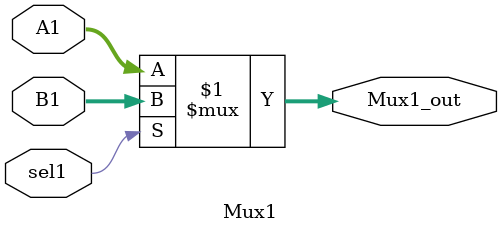
<source format=v>
module Mux1(
    input        sel1,
    input  [3:0] A1,
    input  [3:0] B1,
    output [3:0] Mux1_out
);
    assign Mux1_out = sel1 ? B1 : A1;
endmodule 
</source>
